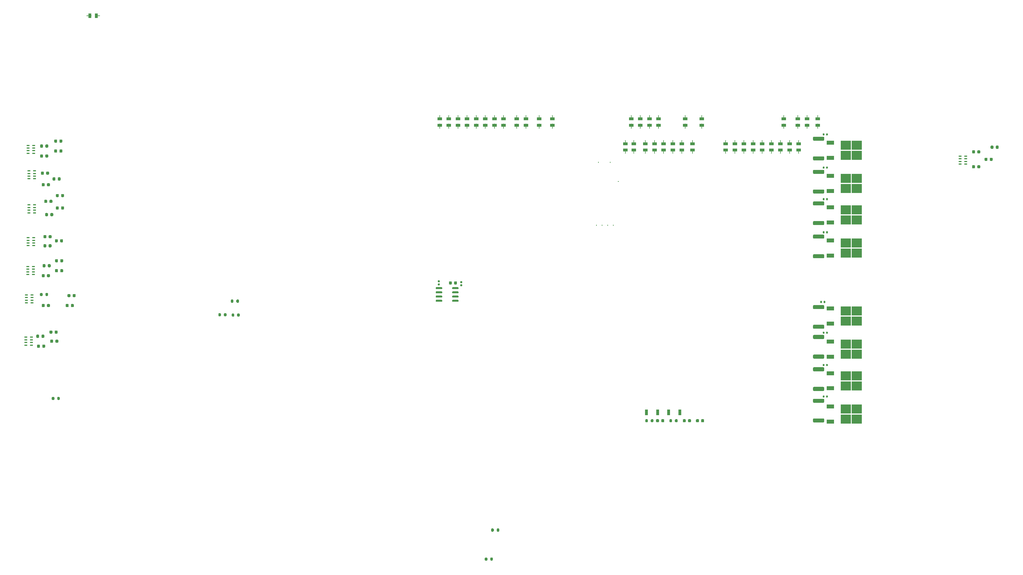
<source format=gtp>
G04 #@! TF.GenerationSoftware,KiCad,Pcbnew,(5.99.0-11164-g062c4fda62)*
G04 #@! TF.CreationDate,2021-07-14T15:35:42+03:00*
G04 #@! TF.ProjectId,hellen88bmw,68656c6c-656e-4383-9862-6d772e6b6963,rev?*
G04 #@! TF.SameCoordinates,PX3d1b110PY9269338*
G04 #@! TF.FileFunction,Paste,Top*
G04 #@! TF.FilePolarity,Positive*
%FSLAX46Y46*%
G04 Gerber Fmt 4.6, Leading zero omitted, Abs format (unit mm)*
G04 Created by KiCad (PCBNEW (5.99.0-11164-g062c4fda62)) date 2021-07-14 15:35:42*
%MOMM*%
%LPD*%
G01*
G04 APERTURE LIST*
%ADD10R,1.397000X0.889000*%
%ADD11R,0.203200X1.524000*%
%ADD12R,3.050000X2.750000*%
%ADD13R,2.200000X1.200000*%
%ADD14R,0.900000X1.700000*%
%ADD15R,0.900000X0.400000*%
%ADD16O,0.000001X0.000001*%
%ADD17O,0.250000X0.500000*%
%ADD18O,0.500000X0.250000*%
%ADD19R,1.524000X0.203200*%
%ADD20R,0.889000X1.397000*%
G04 APERTURE END LIST*
D10*
G04 #@! TO.C,JP1*
X21926000Y99475500D03*
D11*
X21926000Y99793000D03*
X21926000Y97253000D03*
D10*
X21926000Y97570500D03*
G04 #@! TD*
G04 #@! TO.C,JP3*
X30176000Y99475500D03*
D11*
X30176000Y99793000D03*
X30176000Y97253000D03*
D10*
X30176000Y97570500D03*
G04 #@! TD*
G04 #@! TO.C,JP4*
X35676000Y99475500D03*
D11*
X35676000Y99793000D03*
D10*
X35676000Y97570500D03*
D11*
X35676000Y97253000D03*
G04 #@! TD*
G04 #@! TO.C,JP5*
X45176000Y99793000D03*
D10*
X45176000Y99475500D03*
D11*
X45176000Y97253000D03*
D10*
X45176000Y97570500D03*
G04 #@! TD*
G04 #@! TO.C,JP7*
X51926000Y99475500D03*
D11*
X51926000Y99793000D03*
D10*
X51926000Y97570500D03*
D11*
X51926000Y97253000D03*
G04 #@! TD*
D10*
G04 #@! TO.C,JP14*
X79676000Y99475500D03*
D11*
X79676000Y99793000D03*
D10*
X79676000Y97570500D03*
D11*
X79676000Y97253000D03*
G04 #@! TD*
G04 #@! TO.C,JP16*
X85176000Y99793000D03*
D10*
X85176000Y99475500D03*
X85176000Y97570500D03*
D11*
X85176000Y97253000D03*
G04 #@! TD*
G04 #@! TO.C,JP17*
X87926000Y99793000D03*
D10*
X87926000Y99475500D03*
X87926000Y97570500D03*
D11*
X87926000Y97253000D03*
G04 #@! TD*
G04 #@! TO.C,JP20*
X94926000Y92293000D03*
D10*
X94926000Y91975500D03*
X94926000Y90070500D03*
D11*
X94926000Y89753000D03*
G04 #@! TD*
G04 #@! TO.C,JP21*
X98176000Y92293000D03*
D10*
X98176000Y91975500D03*
D11*
X98176000Y89753000D03*
D10*
X98176000Y90070500D03*
G04 #@! TD*
G04 #@! TO.C,JP22*
X110926000Y91975500D03*
D11*
X110926000Y92293000D03*
D10*
X110926000Y90070500D03*
D11*
X110926000Y89753000D03*
G04 #@! TD*
D10*
G04 #@! TO.C,JP23*
X116426000Y91975500D03*
D11*
X116426000Y92293000D03*
X116426000Y89753000D03*
D10*
X116426000Y90070500D03*
G04 #@! TD*
G04 #@! TO.C,JP24*
X121926000Y91975500D03*
D11*
X121926000Y92293000D03*
D10*
X121926000Y90070500D03*
D11*
X121926000Y89753000D03*
G04 #@! TD*
G04 #@! TO.C,JP25*
X125676000Y99793000D03*
D10*
X125676000Y99475500D03*
X125676000Y97570500D03*
D11*
X125676000Y97253000D03*
G04 #@! TD*
G04 #@! TO.C,JP26*
X129926000Y99793000D03*
D10*
X129926000Y99475500D03*
D11*
X129926000Y97253000D03*
D10*
X129926000Y97570500D03*
G04 #@! TD*
G04 #@! TO.C,JP27*
X135926000Y99475500D03*
D11*
X135926000Y99793000D03*
D10*
X135926000Y97570500D03*
D11*
X135926000Y97253000D03*
G04 #@! TD*
D10*
G04 #@! TO.C,JP29*
X24676000Y99475500D03*
D11*
X24676000Y99793000D03*
X24676000Y97253000D03*
D10*
X24676000Y97570500D03*
G04 #@! TD*
G04 #@! TO.C,JP31*
X32926000Y99475500D03*
D11*
X32926000Y99793000D03*
D10*
X32926000Y97570500D03*
D11*
X32926000Y97253000D03*
G04 #@! TD*
D10*
G04 #@! TO.C,JP32*
X41176000Y99475500D03*
D11*
X41176000Y99793000D03*
D10*
X41176000Y97570500D03*
D11*
X41176000Y97253000D03*
G04 #@! TD*
D10*
G04 #@! TO.C,JP33*
X47926000Y99475500D03*
D11*
X47926000Y99793000D03*
X47926000Y97253000D03*
D10*
X47926000Y97570500D03*
G04 #@! TD*
D11*
G04 #@! TO.C,JP35*
X55926000Y99793000D03*
D10*
X55926000Y99475500D03*
D11*
X55926000Y97253000D03*
D10*
X55926000Y97570500D03*
G04 #@! TD*
G04 #@! TO.C,JP41*
X77926000Y91975500D03*
D11*
X77926000Y92293000D03*
D10*
X77926000Y90070500D03*
D11*
X77926000Y89753000D03*
G04 #@! TD*
D10*
G04 #@! TO.C,JP42*
X80426000Y91975500D03*
D11*
X80426000Y92293000D03*
D10*
X80426000Y90070500D03*
D11*
X80426000Y89753000D03*
G04 #@! TD*
G04 #@! TO.C,JP43*
X82426000Y99793000D03*
D10*
X82426000Y99475500D03*
D11*
X82426000Y97253000D03*
D10*
X82426000Y97570500D03*
G04 #@! TD*
D11*
G04 #@! TO.C,JP44*
X86676000Y92293000D03*
D10*
X86676000Y91975500D03*
D11*
X86676000Y89753000D03*
D10*
X86676000Y90070500D03*
G04 #@! TD*
G04 #@! TO.C,JP46*
X89426000Y91975500D03*
D11*
X89426000Y92293000D03*
X89426000Y89753000D03*
D10*
X89426000Y90070500D03*
G04 #@! TD*
D11*
G04 #@! TO.C,JP47*
X92176000Y92293000D03*
D10*
X92176000Y91975500D03*
X92176000Y90070500D03*
D11*
X92176000Y89753000D03*
G04 #@! TD*
G04 #@! TO.C,JP50*
X113676000Y92293000D03*
D10*
X113676000Y91975500D03*
X113676000Y90070500D03*
D11*
X113676000Y89753000D03*
G04 #@! TD*
D10*
G04 #@! TO.C,JP51*
X119176000Y91975500D03*
D11*
X119176000Y92293000D03*
X119176000Y89753000D03*
D10*
X119176000Y90070500D03*
G04 #@! TD*
G04 #@! TO.C,JP52*
X124676000Y91975500D03*
D11*
X124676000Y92293000D03*
X124676000Y89753000D03*
D10*
X124676000Y90070500D03*
G04 #@! TD*
D11*
G04 #@! TO.C,JP54*
X132676000Y99793000D03*
D10*
X132676000Y99475500D03*
D11*
X132676000Y97253000D03*
D10*
X132676000Y97570500D03*
G04 #@! TD*
G04 #@! TO.C,JP56*
X27426000Y99475500D03*
D11*
X27426000Y99793000D03*
D10*
X27426000Y97570500D03*
D11*
X27426000Y97253000D03*
G04 #@! TD*
G04 #@! TO.C,JP73*
X83926000Y92293000D03*
D10*
X83926000Y91975500D03*
D11*
X83926000Y89753000D03*
D10*
X83926000Y90070500D03*
G04 #@! TD*
D11*
G04 #@! TO.C,JP77*
X95926000Y99793000D03*
D10*
X95926000Y99475500D03*
X95926000Y97570500D03*
D11*
X95926000Y97253000D03*
G04 #@! TD*
D10*
G04 #@! TO.C,JP78*
X100926000Y99475500D03*
D11*
X100926000Y99793000D03*
D10*
X100926000Y97570500D03*
D11*
X100926000Y97253000D03*
G04 #@! TD*
D10*
G04 #@! TO.C,JP85*
X130176000Y91975500D03*
D11*
X130176000Y92293000D03*
D10*
X130176000Y90070500D03*
D11*
X130176000Y89753000D03*
G04 #@! TD*
G04 #@! TO.C,JP86*
X127426000Y92293000D03*
D10*
X127426000Y91975500D03*
X127426000Y90070500D03*
D11*
X127426000Y89753000D03*
G04 #@! TD*
G04 #@! TO.C,JP59*
X38426000Y99793000D03*
D10*
X38426000Y99475500D03*
D11*
X38426000Y97253000D03*
D10*
X38426000Y97570500D03*
G04 #@! TD*
D11*
G04 #@! TO.C,JP49*
X108176000Y92293000D03*
D10*
X108176000Y91975500D03*
X108176000Y90070500D03*
D11*
X108176000Y89753000D03*
G04 #@! TD*
D12*
G04 #@! TO.C,Q1*
X144351000Y31548000D03*
X147701000Y31548000D03*
X147701000Y28498000D03*
X144351000Y28498000D03*
D13*
X139726000Y32303000D03*
X139726000Y27743000D03*
G04 #@! TD*
D12*
G04 #@! TO.C,Q6*
X144351000Y91548000D03*
X147701000Y88498000D03*
X144351000Y88498000D03*
X147701000Y91548000D03*
D13*
X139726000Y92303000D03*
X139726000Y87743000D03*
G04 #@! TD*
D12*
G04 #@! TO.C,Q2*
X147701000Y38498000D03*
X144351000Y41548000D03*
X144351000Y38498000D03*
X147701000Y41548000D03*
D13*
X139726000Y42303000D03*
X139726000Y37743000D03*
G04 #@! TD*
D12*
G04 #@! TO.C,Q5*
X147701000Y81548000D03*
X147701000Y78498000D03*
X144351000Y78498000D03*
X144351000Y81548000D03*
D13*
X139726000Y82303000D03*
X139726000Y77743000D03*
G04 #@! TD*
D12*
G04 #@! TO.C,Q3*
X147701000Y58998000D03*
X144351000Y58998000D03*
X147701000Y62048000D03*
X144351000Y62048000D03*
D13*
X139726000Y62803000D03*
X139726000Y58243000D03*
G04 #@! TD*
D12*
G04 #@! TO.C,Q4*
X147701000Y68998000D03*
X144351000Y68998000D03*
X147701000Y72048000D03*
X144351000Y72048000D03*
D13*
X139726000Y72803000D03*
X139726000Y68243000D03*
G04 #@! TD*
G04 #@! TO.C,R1*
G36*
G01*
X91201000Y8198000D02*
X91201000Y8748000D01*
G75*
G02*
X91401000Y8948000I200000J0D01*
G01*
X91801000Y8948000D01*
G75*
G02*
X92001000Y8748000I0J-200000D01*
G01*
X92001000Y8198000D01*
G75*
G02*
X91801000Y7998000I-200000J0D01*
G01*
X91401000Y7998000D01*
G75*
G02*
X91201000Y8198000I0J200000D01*
G01*
G37*
G36*
G01*
X92851000Y8198000D02*
X92851000Y8748000D01*
G75*
G02*
X93051000Y8948000I200000J0D01*
G01*
X93451000Y8948000D01*
G75*
G02*
X93651000Y8748000I0J-200000D01*
G01*
X93651000Y8198000D01*
G75*
G02*
X93451000Y7998000I-200000J0D01*
G01*
X93051000Y7998000D01*
G75*
G02*
X92851000Y8198000I0J200000D01*
G01*
G37*
G04 #@! TD*
G04 #@! TO.C,D14*
G36*
G01*
X-94299000Y92516750D02*
X-94299000Y93029250D01*
G75*
G02*
X-94080250Y93248000I218750J0D01*
G01*
X-93642750Y93248000D01*
G75*
G02*
X-93424000Y93029250I0J-218750D01*
G01*
X-93424000Y92516750D01*
G75*
G02*
X-93642750Y92298000I-218750J0D01*
G01*
X-94080250Y92298000D01*
G75*
G02*
X-94299000Y92516750I0J218750D01*
G01*
G37*
G36*
G01*
X-92724000Y92516750D02*
X-92724000Y93029250D01*
G75*
G02*
X-92505250Y93248000I218750J0D01*
G01*
X-92067750Y93248000D01*
G75*
G02*
X-91849000Y93029250I0J-218750D01*
G01*
X-91849000Y92516750D01*
G75*
G02*
X-92067750Y92298000I-218750J0D01*
G01*
X-92505250Y92298000D01*
G75*
G02*
X-92724000Y92516750I0J218750D01*
G01*
G37*
G04 #@! TD*
G04 #@! TO.C,R10*
G36*
G01*
X137601000Y17448000D02*
X134751000Y17448000D01*
G75*
G02*
X134501000Y17698000I0J250000D01*
G01*
X134501000Y18423000D01*
G75*
G02*
X134751000Y18673000I250000J0D01*
G01*
X137601000Y18673000D01*
G75*
G02*
X137851000Y18423000I0J-250000D01*
G01*
X137851000Y17698000D01*
G75*
G02*
X137601000Y17448000I-250000J0D01*
G01*
G37*
G36*
G01*
X137601000Y23373000D02*
X134751000Y23373000D01*
G75*
G02*
X134501000Y23623000I0J250000D01*
G01*
X134501000Y24348000D01*
G75*
G02*
X134751000Y24598000I250000J0D01*
G01*
X137601000Y24598000D01*
G75*
G02*
X137851000Y24348000I0J-250000D01*
G01*
X137851000Y23623000D01*
G75*
G02*
X137601000Y23373000I-250000J0D01*
G01*
G37*
G04 #@! TD*
G04 #@! TO.C,D23*
G36*
G01*
X-93799000Y76096750D02*
X-93799000Y76609250D01*
G75*
G02*
X-93580250Y76828000I218750J0D01*
G01*
X-93142750Y76828000D01*
G75*
G02*
X-92924000Y76609250I0J-218750D01*
G01*
X-92924000Y76096750D01*
G75*
G02*
X-93142750Y75878000I-218750J0D01*
G01*
X-93580250Y75878000D01*
G75*
G02*
X-93799000Y76096750I0J218750D01*
G01*
G37*
G36*
G01*
X-92224000Y76096750D02*
X-92224000Y76609250D01*
G75*
G02*
X-92005250Y76828000I218750J0D01*
G01*
X-91567750Y76828000D01*
G75*
G02*
X-91349000Y76609250I0J-218750D01*
G01*
X-91349000Y76096750D01*
G75*
G02*
X-91567750Y75878000I-218750J0D01*
G01*
X-92005250Y75878000D01*
G75*
G02*
X-92224000Y76096750I0J218750D01*
G01*
G37*
G04 #@! TD*
G04 #@! TO.C,D25*
G36*
G01*
X-97799000Y54946750D02*
X-97799000Y55459250D01*
G75*
G02*
X-97580250Y55678000I218750J0D01*
G01*
X-97142750Y55678000D01*
G75*
G02*
X-96924000Y55459250I0J-218750D01*
G01*
X-96924000Y54946750D01*
G75*
G02*
X-97142750Y54728000I-218750J0D01*
G01*
X-97580250Y54728000D01*
G75*
G02*
X-97799000Y54946750I0J218750D01*
G01*
G37*
G36*
G01*
X-96224000Y54946750D02*
X-96224000Y55459250D01*
G75*
G02*
X-96005250Y55678000I218750J0D01*
G01*
X-95567750Y55678000D01*
G75*
G02*
X-95349000Y55459250I0J-218750D01*
G01*
X-95349000Y54946750D01*
G75*
G02*
X-95567750Y54728000I-218750J0D01*
G01*
X-96005250Y54728000D01*
G75*
G02*
X-96224000Y54946750I0J218750D01*
G01*
G37*
G04 #@! TD*
G04 #@! TO.C,D8*
G36*
G01*
X-97549000Y60946750D02*
X-97549000Y61459250D01*
G75*
G02*
X-97330250Y61678000I218750J0D01*
G01*
X-96892750Y61678000D01*
G75*
G02*
X-96674000Y61459250I0J-218750D01*
G01*
X-96674000Y60946750D01*
G75*
G02*
X-96892750Y60728000I-218750J0D01*
G01*
X-97330250Y60728000D01*
G75*
G02*
X-97549000Y60946750I0J218750D01*
G01*
G37*
G36*
G01*
X-95974000Y60946750D02*
X-95974000Y61459250D01*
G75*
G02*
X-95755250Y61678000I218750J0D01*
G01*
X-95317750Y61678000D01*
G75*
G02*
X-95099000Y61459250I0J-218750D01*
G01*
X-95099000Y60946750D01*
G75*
G02*
X-95317750Y60728000I-218750J0D01*
G01*
X-95755250Y60728000D01*
G75*
G02*
X-95974000Y60946750I0J218750D01*
G01*
G37*
G04 #@! TD*
G04 #@! TO.C,D27*
G36*
G01*
X-99724000Y33696750D02*
X-99724000Y34209250D01*
G75*
G02*
X-99505250Y34428000I218750J0D01*
G01*
X-99067750Y34428000D01*
G75*
G02*
X-98849000Y34209250I0J-218750D01*
G01*
X-98849000Y33696750D01*
G75*
G02*
X-99067750Y33478000I-218750J0D01*
G01*
X-99505250Y33478000D01*
G75*
G02*
X-99724000Y33696750I0J218750D01*
G01*
G37*
G36*
G01*
X-98149000Y33696750D02*
X-98149000Y34209250D01*
G75*
G02*
X-97930250Y34428000I218750J0D01*
G01*
X-97492750Y34428000D01*
G75*
G02*
X-97274000Y34209250I0J-218750D01*
G01*
X-97274000Y33696750D01*
G75*
G02*
X-97492750Y33478000I-218750J0D01*
G01*
X-97930250Y33478000D01*
G75*
G02*
X-98149000Y33696750I0J218750D01*
G01*
G37*
G04 #@! TD*
G04 #@! TO.C,R6*
G36*
G01*
X37451000Y-24752000D02*
X37451000Y-24202000D01*
G75*
G02*
X37651000Y-24002000I200000J0D01*
G01*
X38051000Y-24002000D01*
G75*
G02*
X38251000Y-24202000I0J-200000D01*
G01*
X38251000Y-24752000D01*
G75*
G02*
X38051000Y-24952000I-200000J0D01*
G01*
X37651000Y-24952000D01*
G75*
G02*
X37451000Y-24752000I0J200000D01*
G01*
G37*
G36*
G01*
X39101000Y-24752000D02*
X39101000Y-24202000D01*
G75*
G02*
X39301000Y-24002000I200000J0D01*
G01*
X39701000Y-24002000D01*
G75*
G02*
X39901000Y-24202000I0J-200000D01*
G01*
X39901000Y-24752000D01*
G75*
G02*
X39701000Y-24952000I-200000J0D01*
G01*
X39301000Y-24952000D01*
G75*
G02*
X39101000Y-24752000I0J200000D01*
G01*
G37*
G04 #@! TD*
G04 #@! TO.C,D29*
G36*
G01*
X-94049000Y56446750D02*
X-94049000Y56959250D01*
G75*
G02*
X-93830250Y57178000I218750J0D01*
G01*
X-93392750Y57178000D01*
G75*
G02*
X-93174000Y56959250I0J-218750D01*
G01*
X-93174000Y56446750D01*
G75*
G02*
X-93392750Y56228000I-218750J0D01*
G01*
X-93830250Y56228000D01*
G75*
G02*
X-94049000Y56446750I0J218750D01*
G01*
G37*
G36*
G01*
X-92474000Y56446750D02*
X-92474000Y56959250D01*
G75*
G02*
X-92255250Y57178000I218750J0D01*
G01*
X-91817750Y57178000D01*
G75*
G02*
X-91599000Y56959250I0J-218750D01*
G01*
X-91599000Y56446750D01*
G75*
G02*
X-91817750Y56228000I-218750J0D01*
G01*
X-92255250Y56228000D01*
G75*
G02*
X-92474000Y56446750I0J218750D01*
G01*
G37*
G04 #@! TD*
D14*
G04 #@! TO.C,SW2*
X90976000Y10973000D03*
X94376000Y10973000D03*
G04 #@! TD*
G04 #@! TO.C,D1*
G36*
G01*
X89613500Y8729250D02*
X89613500Y8216750D01*
G75*
G02*
X89394750Y7998000I-218750J0D01*
G01*
X88957250Y7998000D01*
G75*
G02*
X88738500Y8216750I0J218750D01*
G01*
X88738500Y8729250D01*
G75*
G02*
X88957250Y8948000I218750J0D01*
G01*
X89394750Y8948000D01*
G75*
G02*
X89613500Y8729250I0J-218750D01*
G01*
G37*
G36*
G01*
X88038500Y8729250D02*
X88038500Y8216750D01*
G75*
G02*
X87819750Y7998000I-218750J0D01*
G01*
X87382250Y7998000D01*
G75*
G02*
X87163500Y8216750I0J218750D01*
G01*
X87163500Y8729250D01*
G75*
G02*
X87382250Y8948000I218750J0D01*
G01*
X87819750Y8948000D01*
G75*
G02*
X88038500Y8729250I0J-218750D01*
G01*
G37*
G04 #@! TD*
D15*
G04 #@! TO.C,RN7*
X-102274000Y54953000D03*
X-102274000Y54153000D03*
X-102274000Y53353000D03*
X-102274000Y52553000D03*
X-100574000Y52553000D03*
X-100574000Y53353000D03*
X-100574000Y54153000D03*
X-100574000Y54953000D03*
G04 #@! TD*
D12*
G04 #@! TO.C,Q7*
X147701000Y22048000D03*
X144351000Y22048000D03*
X147701000Y18998000D03*
X144351000Y18998000D03*
D13*
X139726000Y22803000D03*
X139726000Y18243000D03*
G04 #@! TD*
G04 #@! TO.C,D28*
G36*
G01*
X-94049000Y53446750D02*
X-94049000Y53959250D01*
G75*
G02*
X-93830250Y54178000I218750J0D01*
G01*
X-93392750Y54178000D01*
G75*
G02*
X-93174000Y53959250I0J-218750D01*
G01*
X-93174000Y53446750D01*
G75*
G02*
X-93392750Y53228000I-218750J0D01*
G01*
X-93830250Y53228000D01*
G75*
G02*
X-94049000Y53446750I0J218750D01*
G01*
G37*
G36*
G01*
X-92474000Y53446750D02*
X-92474000Y53959250D01*
G75*
G02*
X-92255250Y54178000I218750J0D01*
G01*
X-91817750Y54178000D01*
G75*
G02*
X-91599000Y53959250I0J-218750D01*
G01*
X-91599000Y53446750D01*
G75*
G02*
X-91817750Y53228000I-218750J0D01*
G01*
X-92255250Y53228000D01*
G75*
G02*
X-92474000Y53446750I0J218750D01*
G01*
G37*
G04 #@! TD*
G04 #@! TO.C,R9*
G36*
G01*
X137601000Y57448000D02*
X134751000Y57448000D01*
G75*
G02*
X134501000Y57698000I0J250000D01*
G01*
X134501000Y58423000D01*
G75*
G02*
X134751000Y58673000I250000J0D01*
G01*
X137601000Y58673000D01*
G75*
G02*
X137851000Y58423000I0J-250000D01*
G01*
X137851000Y57698000D01*
G75*
G02*
X137601000Y57448000I-250000J0D01*
G01*
G37*
G36*
G01*
X137601000Y63373000D02*
X134751000Y63373000D01*
G75*
G02*
X134501000Y63623000I0J250000D01*
G01*
X134501000Y64348000D01*
G75*
G02*
X134751000Y64598000I250000J0D01*
G01*
X137601000Y64598000D01*
G75*
G02*
X137851000Y64348000I0J-250000D01*
G01*
X137851000Y63623000D01*
G75*
G02*
X137601000Y63373000I-250000J0D01*
G01*
G37*
G04 #@! TD*
G04 #@! TO.C,D11*
G36*
G01*
X-98049000Y79346750D02*
X-98049000Y79859250D01*
G75*
G02*
X-97830250Y80078000I218750J0D01*
G01*
X-97392750Y80078000D01*
G75*
G02*
X-97174000Y79859250I0J-218750D01*
G01*
X-97174000Y79346750D01*
G75*
G02*
X-97392750Y79128000I-218750J0D01*
G01*
X-97830250Y79128000D01*
G75*
G02*
X-98049000Y79346750I0J218750D01*
G01*
G37*
G36*
G01*
X-96474000Y79346750D02*
X-96474000Y79859250D01*
G75*
G02*
X-96255250Y80078000I218750J0D01*
G01*
X-95817750Y80078000D01*
G75*
G02*
X-95599000Y79859250I0J-218750D01*
G01*
X-95599000Y79346750D01*
G75*
G02*
X-95817750Y79128000I-218750J0D01*
G01*
X-96255250Y79128000D01*
G75*
G02*
X-96474000Y79346750I0J218750D01*
G01*
G37*
G04 #@! TD*
G04 #@! TO.C,D22*
G36*
G01*
X-93799000Y72346750D02*
X-93799000Y72859250D01*
G75*
G02*
X-93580250Y73078000I218750J0D01*
G01*
X-93142750Y73078000D01*
G75*
G02*
X-92924000Y72859250I0J-218750D01*
G01*
X-92924000Y72346750D01*
G75*
G02*
X-93142750Y72128000I-218750J0D01*
G01*
X-93580250Y72128000D01*
G75*
G02*
X-93799000Y72346750I0J218750D01*
G01*
G37*
G36*
G01*
X-92224000Y72346750D02*
X-92224000Y72859250D01*
G75*
G02*
X-92005250Y73078000I218750J0D01*
G01*
X-91567750Y73078000D01*
G75*
G02*
X-91349000Y72859250I0J-218750D01*
G01*
X-91349000Y72346750D01*
G75*
G02*
X-91567750Y72128000I-218750J0D01*
G01*
X-92005250Y72128000D01*
G75*
G02*
X-92224000Y72346750I0J218750D01*
G01*
G37*
G04 #@! TD*
D15*
G04 #@! TO.C,RN4*
X-101924000Y83803000D03*
X-101924000Y83003000D03*
X-101924000Y82203000D03*
X-101924000Y81403000D03*
X-100224000Y81403000D03*
X-100224000Y82203000D03*
X-100224000Y83003000D03*
X-100224000Y83803000D03*
G04 #@! TD*
G04 #@! TO.C,R26*
G36*
G01*
X-41049000Y44248000D02*
X-41049000Y44798000D01*
G75*
G02*
X-40849000Y44998000I200000J0D01*
G01*
X-40449000Y44998000D01*
G75*
G02*
X-40249000Y44798000I0J-200000D01*
G01*
X-40249000Y44248000D01*
G75*
G02*
X-40449000Y44048000I-200000J0D01*
G01*
X-40849000Y44048000D01*
G75*
G02*
X-41049000Y44248000I0J200000D01*
G01*
G37*
G36*
G01*
X-39399000Y44248000D02*
X-39399000Y44798000D01*
G75*
G02*
X-39199000Y44998000I200000J0D01*
G01*
X-38799000Y44998000D01*
G75*
G02*
X-38599000Y44798000I0J-200000D01*
G01*
X-38599000Y44248000D01*
G75*
G02*
X-38799000Y44048000I-200000J0D01*
G01*
X-39199000Y44048000D01*
G75*
G02*
X-39399000Y44248000I0J200000D01*
G01*
G37*
G04 #@! TD*
G04 #@! TO.C,R14*
G36*
G01*
X134751000Y15098000D02*
X137601000Y15098000D01*
G75*
G02*
X137851000Y14848000I0J-250000D01*
G01*
X137851000Y14123000D01*
G75*
G02*
X137601000Y13873000I-250000J0D01*
G01*
X134751000Y13873000D01*
G75*
G02*
X134501000Y14123000I0J250000D01*
G01*
X134501000Y14848000D01*
G75*
G02*
X134751000Y15098000I250000J0D01*
G01*
G37*
G36*
G01*
X134751000Y9173000D02*
X137601000Y9173000D01*
G75*
G02*
X137851000Y8923000I0J-250000D01*
G01*
X137851000Y8198000D01*
G75*
G02*
X137601000Y7948000I-250000J0D01*
G01*
X134751000Y7948000D01*
G75*
G02*
X134501000Y8198000I0J250000D01*
G01*
X134501000Y8923000D01*
G75*
G02*
X134751000Y9173000I250000J0D01*
G01*
G37*
G04 #@! TD*
G04 #@! TO.C,D16*
G36*
G01*
X182451000Y84766750D02*
X182451000Y85279250D01*
G75*
G02*
X182669750Y85498000I218750J0D01*
G01*
X183107250Y85498000D01*
G75*
G02*
X183326000Y85279250I0J-218750D01*
G01*
X183326000Y84766750D01*
G75*
G02*
X183107250Y84548000I-218750J0D01*
G01*
X182669750Y84548000D01*
G75*
G02*
X182451000Y84766750I0J218750D01*
G01*
G37*
G36*
G01*
X184026000Y84766750D02*
X184026000Y85279250D01*
G75*
G02*
X184244750Y85498000I218750J0D01*
G01*
X184682250Y85498000D01*
G75*
G02*
X184901000Y85279250I0J-218750D01*
G01*
X184901000Y84766750D01*
G75*
G02*
X184682250Y84548000I-218750J0D01*
G01*
X184244750Y84548000D01*
G75*
G02*
X184026000Y84766750I0J218750D01*
G01*
G37*
G04 #@! TD*
G04 #@! TO.C,R4*
G36*
G01*
X-95049000Y14928000D02*
X-95049000Y15478000D01*
G75*
G02*
X-94849000Y15678000I200000J0D01*
G01*
X-94449000Y15678000D01*
G75*
G02*
X-94249000Y15478000I0J-200000D01*
G01*
X-94249000Y14928000D01*
G75*
G02*
X-94449000Y14728000I-200000J0D01*
G01*
X-94849000Y14728000D01*
G75*
G02*
X-95049000Y14928000I0J200000D01*
G01*
G37*
G36*
G01*
X-93399000Y14928000D02*
X-93399000Y15478000D01*
G75*
G02*
X-93199000Y15678000I200000J0D01*
G01*
X-92799000Y15678000D01*
G75*
G02*
X-92599000Y15478000I0J-200000D01*
G01*
X-92599000Y14928000D01*
G75*
G02*
X-92799000Y14728000I-200000J0D01*
G01*
X-93199000Y14728000D01*
G75*
G02*
X-93399000Y14928000I0J200000D01*
G01*
G37*
G04 #@! TD*
G04 #@! TO.C,R7*
G36*
G01*
X137601000Y27198000D02*
X134751000Y27198000D01*
G75*
G02*
X134501000Y27448000I0J250000D01*
G01*
X134501000Y28173000D01*
G75*
G02*
X134751000Y28423000I250000J0D01*
G01*
X137601000Y28423000D01*
G75*
G02*
X137851000Y28173000I0J-250000D01*
G01*
X137851000Y27448000D01*
G75*
G02*
X137601000Y27198000I-250000J0D01*
G01*
G37*
G36*
G01*
X137601000Y33123000D02*
X134751000Y33123000D01*
G75*
G02*
X134501000Y33373000I0J250000D01*
G01*
X134501000Y34098000D01*
G75*
G02*
X134751000Y34348000I250000J0D01*
G01*
X137601000Y34348000D01*
G75*
G02*
X137851000Y34098000I0J-250000D01*
G01*
X137851000Y33373000D01*
G75*
G02*
X137601000Y33123000I-250000J0D01*
G01*
G37*
G04 #@! TD*
G04 #@! TO.C,RN5*
X178826000Y88223000D03*
X178826000Y87423000D03*
X178826000Y86623000D03*
X178826000Y85823000D03*
X180526000Y85823000D03*
X180526000Y86623000D03*
X180526000Y87423000D03*
X180526000Y88223000D03*
G04 #@! TD*
G04 #@! TO.C,R18*
G36*
G01*
X136646000Y44088000D02*
X136646000Y44458000D01*
G75*
G02*
X136781000Y44593000I135000J0D01*
G01*
X137051000Y44593000D01*
G75*
G02*
X137186000Y44458000I0J-135000D01*
G01*
X137186000Y44088000D01*
G75*
G02*
X137051000Y43953000I-135000J0D01*
G01*
X136781000Y43953000D01*
G75*
G02*
X136646000Y44088000I0J135000D01*
G01*
G37*
G36*
G01*
X137666000Y44088000D02*
X137666000Y44458000D01*
G75*
G02*
X137801000Y44593000I135000J0D01*
G01*
X138071000Y44593000D01*
G75*
G02*
X138206000Y44458000I0J-135000D01*
G01*
X138206000Y44088000D01*
G75*
G02*
X138071000Y43953000I-135000J0D01*
G01*
X137801000Y43953000D01*
G75*
G02*
X137666000Y44088000I0J135000D01*
G01*
G37*
G04 #@! TD*
G04 #@! TO.C,R5*
G36*
G01*
X35521000Y-33492000D02*
X35521000Y-32942000D01*
G75*
G02*
X35721000Y-32742000I200000J0D01*
G01*
X36121000Y-32742000D01*
G75*
G02*
X36321000Y-32942000I0J-200000D01*
G01*
X36321000Y-33492000D01*
G75*
G02*
X36121000Y-33692000I-200000J0D01*
G01*
X35721000Y-33692000D01*
G75*
G02*
X35521000Y-33492000I0J200000D01*
G01*
G37*
G36*
G01*
X37171000Y-33492000D02*
X37171000Y-32942000D01*
G75*
G02*
X37371000Y-32742000I200000J0D01*
G01*
X37771000Y-32742000D01*
G75*
G02*
X37971000Y-32942000I0J-200000D01*
G01*
X37971000Y-33492000D01*
G75*
G02*
X37771000Y-33692000I-200000J0D01*
G01*
X37371000Y-33692000D01*
G75*
G02*
X37171000Y-33492000I0J200000D01*
G01*
G37*
G04 #@! TD*
G04 #@! TO.C,R12*
G36*
G01*
X134751000Y84098000D02*
X137601000Y84098000D01*
G75*
G02*
X137851000Y83848000I0J-250000D01*
G01*
X137851000Y83123000D01*
G75*
G02*
X137601000Y82873000I-250000J0D01*
G01*
X134751000Y82873000D01*
G75*
G02*
X134501000Y83123000I0J250000D01*
G01*
X134501000Y83848000D01*
G75*
G02*
X134751000Y84098000I250000J0D01*
G01*
G37*
G36*
G01*
X134751000Y78173000D02*
X137601000Y78173000D01*
G75*
G02*
X137851000Y77923000I0J-250000D01*
G01*
X137851000Y77198000D01*
G75*
G02*
X137601000Y76948000I-250000J0D01*
G01*
X134751000Y76948000D01*
G75*
G02*
X134501000Y77198000I0J250000D01*
G01*
X134501000Y77923000D01*
G75*
G02*
X134751000Y78173000I250000J0D01*
G01*
G37*
G04 #@! TD*
G04 #@! TO.C,RN6*
X-101924000Y73553000D03*
X-101924000Y72753000D03*
X-101924000Y71953000D03*
X-101924000Y71153000D03*
X-100224000Y71153000D03*
X-100224000Y71953000D03*
X-100224000Y72753000D03*
X-100224000Y73553000D03*
G04 #@! TD*
G04 #@! TO.C,D3*
G36*
G01*
X-94086500Y62446750D02*
X-94086500Y62959250D01*
G75*
G02*
X-93867750Y63178000I218750J0D01*
G01*
X-93430250Y63178000D01*
G75*
G02*
X-93211500Y62959250I0J-218750D01*
G01*
X-93211500Y62446750D01*
G75*
G02*
X-93430250Y62228000I-218750J0D01*
G01*
X-93867750Y62228000D01*
G75*
G02*
X-94086500Y62446750I0J218750D01*
G01*
G37*
G36*
G01*
X-92511500Y62446750D02*
X-92511500Y62959250D01*
G75*
G02*
X-92292750Y63178000I218750J0D01*
G01*
X-91855250Y63178000D01*
G75*
G02*
X-91636500Y62959250I0J-218750D01*
G01*
X-91636500Y62446750D01*
G75*
G02*
X-91855250Y62228000I-218750J0D01*
G01*
X-92292750Y62228000D01*
G75*
G02*
X-92511500Y62446750I0J218750D01*
G01*
G37*
G04 #@! TD*
G04 #@! TO.C,C8*
G36*
G01*
X28596000Y49013000D02*
X28256000Y49013000D01*
G75*
G02*
X28116000Y49153000I0J140000D01*
G01*
X28116000Y49433000D01*
G75*
G02*
X28256000Y49573000I140000J0D01*
G01*
X28596000Y49573000D01*
G75*
G02*
X28736000Y49433000I0J-140000D01*
G01*
X28736000Y49153000D01*
G75*
G02*
X28596000Y49013000I-140000J0D01*
G01*
G37*
G36*
G01*
X28596000Y49973000D02*
X28256000Y49973000D01*
G75*
G02*
X28116000Y50113000I0J140000D01*
G01*
X28116000Y50393000D01*
G75*
G02*
X28256000Y50533000I140000J0D01*
G01*
X28596000Y50533000D01*
G75*
G02*
X28736000Y50393000I0J-140000D01*
G01*
X28736000Y50113000D01*
G75*
G02*
X28596000Y49973000I-140000J0D01*
G01*
G37*
G04 #@! TD*
G04 #@! TO.C,D18*
G36*
G01*
X-97049000Y70346750D02*
X-97049000Y70859250D01*
G75*
G02*
X-96830250Y71078000I218750J0D01*
G01*
X-96392750Y71078000D01*
G75*
G02*
X-96174000Y70859250I0J-218750D01*
G01*
X-96174000Y70346750D01*
G75*
G02*
X-96392750Y70128000I-218750J0D01*
G01*
X-96830250Y70128000D01*
G75*
G02*
X-97049000Y70346750I0J218750D01*
G01*
G37*
G36*
G01*
X-95474000Y70346750D02*
X-95474000Y70859250D01*
G75*
G02*
X-95255250Y71078000I218750J0D01*
G01*
X-94817750Y71078000D01*
G75*
G02*
X-94599000Y70859250I0J-218750D01*
G01*
X-94599000Y70346750D01*
G75*
G02*
X-94817750Y70128000I-218750J0D01*
G01*
X-95255250Y70128000D01*
G75*
G02*
X-95474000Y70346750I0J218750D01*
G01*
G37*
G04 #@! TD*
G04 #@! TO.C,R2*
G36*
G01*
X83913500Y8198000D02*
X83913500Y8748000D01*
G75*
G02*
X84113500Y8948000I200000J0D01*
G01*
X84513500Y8948000D01*
G75*
G02*
X84713500Y8748000I0J-200000D01*
G01*
X84713500Y8198000D01*
G75*
G02*
X84513500Y7998000I-200000J0D01*
G01*
X84113500Y7998000D01*
G75*
G02*
X83913500Y8198000I0J200000D01*
G01*
G37*
G36*
G01*
X85563500Y8198000D02*
X85563500Y8748000D01*
G75*
G02*
X85763500Y8948000I200000J0D01*
G01*
X86163500Y8948000D01*
G75*
G02*
X86363500Y8748000I0J-200000D01*
G01*
X86363500Y8198000D01*
G75*
G02*
X86163500Y7998000I-200000J0D01*
G01*
X85763500Y7998000D01*
G75*
G02*
X85563500Y8198000I0J200000D01*
G01*
G37*
G04 #@! TD*
D12*
G04 #@! TO.C,Q8*
X144351000Y8998000D03*
X144351000Y12048000D03*
X147701000Y8998000D03*
X147701000Y12048000D03*
D13*
X139726000Y12803000D03*
X139726000Y8243000D03*
G04 #@! TD*
G04 #@! TO.C,D15*
G36*
G01*
X-94799000Y81096750D02*
X-94799000Y81609250D01*
G75*
G02*
X-94580250Y81828000I218750J0D01*
G01*
X-94142750Y81828000D01*
G75*
G02*
X-93924000Y81609250I0J-218750D01*
G01*
X-93924000Y81096750D01*
G75*
G02*
X-94142750Y80878000I-218750J0D01*
G01*
X-94580250Y80878000D01*
G75*
G02*
X-94799000Y81096750I0J218750D01*
G01*
G37*
G36*
G01*
X-93224000Y81096750D02*
X-93224000Y81609250D01*
G75*
G02*
X-93005250Y81828000I218750J0D01*
G01*
X-92567750Y81828000D01*
G75*
G02*
X-92349000Y81609250I0J-218750D01*
G01*
X-92349000Y81096750D01*
G75*
G02*
X-92567750Y80878000I-218750J0D01*
G01*
X-93005250Y80878000D01*
G75*
G02*
X-93224000Y81096750I0J218750D01*
G01*
G37*
G04 #@! TD*
G04 #@! TO.C,D20*
G36*
G01*
X186201000Y87016750D02*
X186201000Y87529250D01*
G75*
G02*
X186419750Y87748000I218750J0D01*
G01*
X186857250Y87748000D01*
G75*
G02*
X187076000Y87529250I0J-218750D01*
G01*
X187076000Y87016750D01*
G75*
G02*
X186857250Y86798000I-218750J0D01*
G01*
X186419750Y86798000D01*
G75*
G02*
X186201000Y87016750I0J218750D01*
G01*
G37*
G36*
G01*
X187776000Y87016750D02*
X187776000Y87529250D01*
G75*
G02*
X187994750Y87748000I218750J0D01*
G01*
X188432250Y87748000D01*
G75*
G02*
X188651000Y87529250I0J-218750D01*
G01*
X188651000Y87016750D01*
G75*
G02*
X188432250Y86798000I-218750J0D01*
G01*
X187994750Y86798000D01*
G75*
G02*
X187776000Y87016750I0J218750D01*
G01*
G37*
G04 #@! TD*
D15*
G04 #@! TO.C,RN8*
X-102849000Y33653000D03*
X-102849000Y32853000D03*
X-102849000Y32053000D03*
X-102849000Y31253000D03*
X-101149000Y31253000D03*
X-101149000Y32053000D03*
X-101149000Y32853000D03*
X-101149000Y33653000D03*
G04 #@! TD*
G04 #@! TO.C,R24*
G36*
G01*
X138956000Y15958000D02*
X138956000Y15588000D01*
G75*
G02*
X138821000Y15453000I-135000J0D01*
G01*
X138551000Y15453000D01*
G75*
G02*
X138416000Y15588000I0J135000D01*
G01*
X138416000Y15958000D01*
G75*
G02*
X138551000Y16093000I135000J0D01*
G01*
X138821000Y16093000D01*
G75*
G02*
X138956000Y15958000I0J-135000D01*
G01*
G37*
G36*
G01*
X137936000Y15958000D02*
X137936000Y15588000D01*
G75*
G02*
X137801000Y15453000I-135000J0D01*
G01*
X137531000Y15453000D01*
G75*
G02*
X137396000Y15588000I0J135000D01*
G01*
X137396000Y15958000D01*
G75*
G02*
X137531000Y16093000I135000J0D01*
G01*
X137801000Y16093000D01*
G75*
G02*
X137936000Y15958000I0J-135000D01*
G01*
G37*
G04 #@! TD*
G04 #@! TO.C,R23*
G36*
G01*
X138966000Y75458000D02*
X138966000Y75088000D01*
G75*
G02*
X138831000Y74953000I-135000J0D01*
G01*
X138561000Y74953000D01*
G75*
G02*
X138426000Y75088000I0J135000D01*
G01*
X138426000Y75458000D01*
G75*
G02*
X138561000Y75593000I135000J0D01*
G01*
X138831000Y75593000D01*
G75*
G02*
X138966000Y75458000I0J-135000D01*
G01*
G37*
G36*
G01*
X137946000Y75458000D02*
X137946000Y75088000D01*
G75*
G02*
X137811000Y74953000I-135000J0D01*
G01*
X137541000Y74953000D01*
G75*
G02*
X137406000Y75088000I0J135000D01*
G01*
X137406000Y75458000D01*
G75*
G02*
X137541000Y75593000I135000J0D01*
G01*
X137811000Y75593000D01*
G75*
G02*
X137946000Y75458000I0J-135000D01*
G01*
G37*
G04 #@! TD*
G04 #@! TO.C,U5*
G36*
G01*
X20726000Y48278000D02*
X20726000Y48578000D01*
G75*
G02*
X20876000Y48728000I150000J0D01*
G01*
X22526000Y48728000D01*
G75*
G02*
X22676000Y48578000I0J-150000D01*
G01*
X22676000Y48278000D01*
G75*
G02*
X22526000Y48128000I-150000J0D01*
G01*
X20876000Y48128000D01*
G75*
G02*
X20726000Y48278000I0J150000D01*
G01*
G37*
G36*
G01*
X20726000Y47008000D02*
X20726000Y47308000D01*
G75*
G02*
X20876000Y47458000I150000J0D01*
G01*
X22526000Y47458000D01*
G75*
G02*
X22676000Y47308000I0J-150000D01*
G01*
X22676000Y47008000D01*
G75*
G02*
X22526000Y46858000I-150000J0D01*
G01*
X20876000Y46858000D01*
G75*
G02*
X20726000Y47008000I0J150000D01*
G01*
G37*
G36*
G01*
X20726000Y45738000D02*
X20726000Y46038000D01*
G75*
G02*
X20876000Y46188000I150000J0D01*
G01*
X22526000Y46188000D01*
G75*
G02*
X22676000Y46038000I0J-150000D01*
G01*
X22676000Y45738000D01*
G75*
G02*
X22526000Y45588000I-150000J0D01*
G01*
X20876000Y45588000D01*
G75*
G02*
X20726000Y45738000I0J150000D01*
G01*
G37*
G36*
G01*
X20726000Y44468000D02*
X20726000Y44768000D01*
G75*
G02*
X20876000Y44918000I150000J0D01*
G01*
X22526000Y44918000D01*
G75*
G02*
X22676000Y44768000I0J-150000D01*
G01*
X22676000Y44468000D01*
G75*
G02*
X22526000Y44318000I-150000J0D01*
G01*
X20876000Y44318000D01*
G75*
G02*
X20726000Y44468000I0J150000D01*
G01*
G37*
G36*
G01*
X25676000Y44468000D02*
X25676000Y44768000D01*
G75*
G02*
X25826000Y44918000I150000J0D01*
G01*
X27476000Y44918000D01*
G75*
G02*
X27626000Y44768000I0J-150000D01*
G01*
X27626000Y44468000D01*
G75*
G02*
X27476000Y44318000I-150000J0D01*
G01*
X25826000Y44318000D01*
G75*
G02*
X25676000Y44468000I0J150000D01*
G01*
G37*
G36*
G01*
X25676000Y45738000D02*
X25676000Y46038000D01*
G75*
G02*
X25826000Y46188000I150000J0D01*
G01*
X27476000Y46188000D01*
G75*
G02*
X27626000Y46038000I0J-150000D01*
G01*
X27626000Y45738000D01*
G75*
G02*
X27476000Y45588000I-150000J0D01*
G01*
X25826000Y45588000D01*
G75*
G02*
X25676000Y45738000I0J150000D01*
G01*
G37*
G36*
G01*
X25676000Y47008000D02*
X25676000Y47308000D01*
G75*
G02*
X25826000Y47458000I150000J0D01*
G01*
X27476000Y47458000D01*
G75*
G02*
X27626000Y47308000I0J-150000D01*
G01*
X27626000Y47008000D01*
G75*
G02*
X27476000Y46858000I-150000J0D01*
G01*
X25826000Y46858000D01*
G75*
G02*
X25676000Y47008000I0J150000D01*
G01*
G37*
G36*
G01*
X25676000Y48278000D02*
X25676000Y48578000D01*
G75*
G02*
X25826000Y48728000I150000J0D01*
G01*
X27476000Y48728000D01*
G75*
G02*
X27626000Y48578000I0J-150000D01*
G01*
X27626000Y48278000D01*
G75*
G02*
X27476000Y48128000I-150000J0D01*
G01*
X25826000Y48128000D01*
G75*
G02*
X25676000Y48278000I0J150000D01*
G01*
G37*
G04 #@! TD*
G04 #@! TO.C,R25*
G36*
G01*
X-40799000Y40048000D02*
X-40799000Y40598000D01*
G75*
G02*
X-40599000Y40798000I200000J0D01*
G01*
X-40199000Y40798000D01*
G75*
G02*
X-39999000Y40598000I0J-200000D01*
G01*
X-39999000Y40048000D01*
G75*
G02*
X-40199000Y39848000I-200000J0D01*
G01*
X-40599000Y39848000D01*
G75*
G02*
X-40799000Y40048000I0J200000D01*
G01*
G37*
G36*
G01*
X-39149000Y40048000D02*
X-39149000Y40598000D01*
G75*
G02*
X-38949000Y40798000I200000J0D01*
G01*
X-38549000Y40798000D01*
G75*
G02*
X-38349000Y40598000I0J-200000D01*
G01*
X-38349000Y40048000D01*
G75*
G02*
X-38549000Y39848000I-200000J0D01*
G01*
X-38949000Y39848000D01*
G75*
G02*
X-39149000Y40048000I0J200000D01*
G01*
G37*
G04 #@! TD*
D16*
G04 #@! TO.C,M4*
X120215841Y12697997D03*
G04 #@! TD*
G04 #@! TO.C,R8*
G36*
G01*
X137601000Y36198000D02*
X134751000Y36198000D01*
G75*
G02*
X134501000Y36448000I0J250000D01*
G01*
X134501000Y37173000D01*
G75*
G02*
X134751000Y37423000I250000J0D01*
G01*
X137601000Y37423000D01*
G75*
G02*
X137851000Y37173000I0J-250000D01*
G01*
X137851000Y36448000D01*
G75*
G02*
X137601000Y36198000I-250000J0D01*
G01*
G37*
G36*
G01*
X137601000Y42123000D02*
X134751000Y42123000D01*
G75*
G02*
X134501000Y42373000I0J250000D01*
G01*
X134501000Y43098000D01*
G75*
G02*
X134751000Y43348000I250000J0D01*
G01*
X137601000Y43348000D01*
G75*
G02*
X137851000Y43098000I0J-250000D01*
G01*
X137851000Y42373000D01*
G75*
G02*
X137601000Y42123000I-250000J0D01*
G01*
G37*
G04 #@! TD*
G04 #@! TO.C,D21*
G36*
G01*
X188013500Y90666750D02*
X188013500Y91179250D01*
G75*
G02*
X188232250Y91398000I218750J0D01*
G01*
X188669750Y91398000D01*
G75*
G02*
X188888500Y91179250I0J-218750D01*
G01*
X188888500Y90666750D01*
G75*
G02*
X188669750Y90448000I-218750J0D01*
G01*
X188232250Y90448000D01*
G75*
G02*
X188013500Y90666750I0J218750D01*
G01*
G37*
G36*
G01*
X189588500Y90666750D02*
X189588500Y91179250D01*
G75*
G02*
X189807250Y91398000I218750J0D01*
G01*
X190244750Y91398000D01*
G75*
G02*
X190463500Y91179250I0J-218750D01*
G01*
X190463500Y90666750D01*
G75*
G02*
X190244750Y90448000I-218750J0D01*
G01*
X189807250Y90448000D01*
G75*
G02*
X189588500Y90666750I0J218750D01*
G01*
G37*
G04 #@! TD*
G04 #@! TO.C,R13*
G36*
G01*
X134751000Y74598000D02*
X137601000Y74598000D01*
G75*
G02*
X137851000Y74348000I0J-250000D01*
G01*
X137851000Y73623000D01*
G75*
G02*
X137601000Y73373000I-250000J0D01*
G01*
X134751000Y73373000D01*
G75*
G02*
X134501000Y73623000I0J250000D01*
G01*
X134501000Y74348000D01*
G75*
G02*
X134751000Y74598000I250000J0D01*
G01*
G37*
G36*
G01*
X134751000Y68673000D02*
X137601000Y68673000D01*
G75*
G02*
X137851000Y68423000I0J-250000D01*
G01*
X137851000Y67698000D01*
G75*
G02*
X137601000Y67448000I-250000J0D01*
G01*
X134751000Y67448000D01*
G75*
G02*
X134501000Y67698000I0J250000D01*
G01*
X134501000Y68423000D01*
G75*
G02*
X134751000Y68673000I250000J0D01*
G01*
G37*
G04 #@! TD*
G04 #@! TO.C,R3*
G36*
G01*
X-98589000Y46258000D02*
X-98589000Y46808000D01*
G75*
G02*
X-98389000Y47008000I200000J0D01*
G01*
X-97989000Y47008000D01*
G75*
G02*
X-97789000Y46808000I0J-200000D01*
G01*
X-97789000Y46258000D01*
G75*
G02*
X-97989000Y46058000I-200000J0D01*
G01*
X-98389000Y46058000D01*
G75*
G02*
X-98589000Y46258000I0J200000D01*
G01*
G37*
G36*
G01*
X-96939000Y46258000D02*
X-96939000Y46808000D01*
G75*
G02*
X-96739000Y47008000I200000J0D01*
G01*
X-96339000Y47008000D01*
G75*
G02*
X-96139000Y46808000I0J-200000D01*
G01*
X-96139000Y46258000D01*
G75*
G02*
X-96339000Y46058000I-200000J0D01*
G01*
X-96739000Y46058000D01*
G75*
G02*
X-96939000Y46258000I0J200000D01*
G01*
G37*
G04 #@! TD*
G04 #@! TO.C,R21*
G36*
G01*
X138956000Y94958000D02*
X138956000Y94588000D01*
G75*
G02*
X138821000Y94453000I-135000J0D01*
G01*
X138551000Y94453000D01*
G75*
G02*
X138416000Y94588000I0J135000D01*
G01*
X138416000Y94958000D01*
G75*
G02*
X138551000Y95093000I135000J0D01*
G01*
X138821000Y95093000D01*
G75*
G02*
X138956000Y94958000I0J-135000D01*
G01*
G37*
G36*
G01*
X137936000Y94958000D02*
X137936000Y94588000D01*
G75*
G02*
X137801000Y94453000I-135000J0D01*
G01*
X137531000Y94453000D01*
G75*
G02*
X137396000Y94588000I0J135000D01*
G01*
X137396000Y94958000D01*
G75*
G02*
X137531000Y95093000I135000J0D01*
G01*
X137801000Y95093000D01*
G75*
G02*
X137936000Y94958000I0J-135000D01*
G01*
G37*
G04 #@! TD*
G04 #@! TO.C,C6*
G36*
G01*
X27151000Y50273000D02*
X27151000Y49773000D01*
G75*
G02*
X26926000Y49548000I-225000J0D01*
G01*
X26476000Y49548000D01*
G75*
G02*
X26251000Y49773000I0J225000D01*
G01*
X26251000Y50273000D01*
G75*
G02*
X26476000Y50498000I225000J0D01*
G01*
X26926000Y50498000D01*
G75*
G02*
X27151000Y50273000I0J-225000D01*
G01*
G37*
G36*
G01*
X25601000Y50273000D02*
X25601000Y49773000D01*
G75*
G02*
X25376000Y49548000I-225000J0D01*
G01*
X24926000Y49548000D01*
G75*
G02*
X24701000Y49773000I0J225000D01*
G01*
X24701000Y50273000D01*
G75*
G02*
X24926000Y50498000I225000J0D01*
G01*
X25376000Y50498000D01*
G75*
G02*
X25601000Y50273000I0J-225000D01*
G01*
G37*
G04 #@! TD*
G04 #@! TO.C,D24*
G36*
G01*
X-98049000Y51946750D02*
X-98049000Y52459250D01*
G75*
G02*
X-97830250Y52678000I218750J0D01*
G01*
X-97392750Y52678000D01*
G75*
G02*
X-97174000Y52459250I0J-218750D01*
G01*
X-97174000Y51946750D01*
G75*
G02*
X-97392750Y51728000I-218750J0D01*
G01*
X-97830250Y51728000D01*
G75*
G02*
X-98049000Y51946750I0J218750D01*
G01*
G37*
G36*
G01*
X-96474000Y51946750D02*
X-96474000Y52459250D01*
G75*
G02*
X-96255250Y52678000I218750J0D01*
G01*
X-95817750Y52678000D01*
G75*
G02*
X-95599000Y52459250I0J-218750D01*
G01*
X-95599000Y51946750D01*
G75*
G02*
X-95817750Y51728000I-218750J0D01*
G01*
X-96255250Y51728000D01*
G75*
G02*
X-96474000Y51946750I0J218750D01*
G01*
G37*
G04 #@! TD*
D17*
G04 #@! TO.C,M6*
X74297586Y67398002D03*
X72572584Y67398002D03*
X70847584Y67398002D03*
X69147586Y67398002D03*
D18*
X75772586Y80598001D03*
D17*
X69751188Y86353875D03*
X73372586Y86348003D03*
G04 #@! TD*
G04 #@! TO.C,C7*
G36*
G01*
X21846000Y49263000D02*
X21506000Y49263000D01*
G75*
G02*
X21366000Y49403000I0J140000D01*
G01*
X21366000Y49683000D01*
G75*
G02*
X21506000Y49823000I140000J0D01*
G01*
X21846000Y49823000D01*
G75*
G02*
X21986000Y49683000I0J-140000D01*
G01*
X21986000Y49403000D01*
G75*
G02*
X21846000Y49263000I-140000J0D01*
G01*
G37*
G36*
G01*
X21846000Y50223000D02*
X21506000Y50223000D01*
G75*
G02*
X21366000Y50363000I0J140000D01*
G01*
X21366000Y50643000D01*
G75*
G02*
X21506000Y50783000I140000J0D01*
G01*
X21846000Y50783000D01*
G75*
G02*
X21986000Y50643000I0J-140000D01*
G01*
X21986000Y50363000D01*
G75*
G02*
X21846000Y50223000I-140000J0D01*
G01*
G37*
G04 #@! TD*
G04 #@! TO.C,D2*
G36*
G01*
X97688500Y8729250D02*
X97688500Y8216750D01*
G75*
G02*
X97469750Y7998000I-218750J0D01*
G01*
X97032250Y7998000D01*
G75*
G02*
X96813500Y8216750I0J218750D01*
G01*
X96813500Y8729250D01*
G75*
G02*
X97032250Y8948000I218750J0D01*
G01*
X97469750Y8948000D01*
G75*
G02*
X97688500Y8729250I0J-218750D01*
G01*
G37*
G36*
G01*
X96113500Y8729250D02*
X96113500Y8216750D01*
G75*
G02*
X95894750Y7998000I-218750J0D01*
G01*
X95457250Y7998000D01*
G75*
G02*
X95238500Y8216750I0J218750D01*
G01*
X95238500Y8729250D01*
G75*
G02*
X95457250Y8948000I218750J0D01*
G01*
X95894750Y8948000D01*
G75*
G02*
X96113500Y8729250I0J-218750D01*
G01*
G37*
G04 #@! TD*
G04 #@! TO.C,C3*
G36*
G01*
X99201000Y8223000D02*
X99201000Y8723000D01*
G75*
G02*
X99426000Y8948000I225000J0D01*
G01*
X99876000Y8948000D01*
G75*
G02*
X100101000Y8723000I0J-225000D01*
G01*
X100101000Y8223000D01*
G75*
G02*
X99876000Y7998000I-225000J0D01*
G01*
X99426000Y7998000D01*
G75*
G02*
X99201000Y8223000I0J225000D01*
G01*
G37*
G36*
G01*
X100751000Y8223000D02*
X100751000Y8723000D01*
G75*
G02*
X100976000Y8948000I225000J0D01*
G01*
X101426000Y8948000D01*
G75*
G02*
X101651000Y8723000I0J-225000D01*
G01*
X101651000Y8223000D01*
G75*
G02*
X101426000Y7998000I-225000J0D01*
G01*
X100976000Y7998000D01*
G75*
G02*
X100751000Y8223000I0J225000D01*
G01*
G37*
G04 #@! TD*
G04 #@! TO.C,D9*
G36*
G01*
X-98549000Y88016750D02*
X-98549000Y88529250D01*
G75*
G02*
X-98330250Y88748000I218750J0D01*
G01*
X-97892750Y88748000D01*
G75*
G02*
X-97674000Y88529250I0J-218750D01*
G01*
X-97674000Y88016750D01*
G75*
G02*
X-97892750Y87798000I-218750J0D01*
G01*
X-98330250Y87798000D01*
G75*
G02*
X-98549000Y88016750I0J218750D01*
G01*
G37*
G36*
G01*
X-96974000Y88016750D02*
X-96974000Y88529250D01*
G75*
G02*
X-96755250Y88748000I218750J0D01*
G01*
X-96317750Y88748000D01*
G75*
G02*
X-96099000Y88529250I0J-218750D01*
G01*
X-96099000Y88016750D01*
G75*
G02*
X-96317750Y87798000I-218750J0D01*
G01*
X-96755250Y87798000D01*
G75*
G02*
X-96974000Y88016750I0J218750D01*
G01*
G37*
G04 #@! TD*
G04 #@! TO.C,D10*
G36*
G01*
X-98549000Y91016750D02*
X-98549000Y91529250D01*
G75*
G02*
X-98330250Y91748000I218750J0D01*
G01*
X-97892750Y91748000D01*
G75*
G02*
X-97674000Y91529250I0J-218750D01*
G01*
X-97674000Y91016750D01*
G75*
G02*
X-97892750Y90798000I-218750J0D01*
G01*
X-98330250Y90798000D01*
G75*
G02*
X-98549000Y91016750I0J218750D01*
G01*
G37*
G36*
G01*
X-96974000Y91016750D02*
X-96974000Y91529250D01*
G75*
G02*
X-96755250Y91748000I218750J0D01*
G01*
X-96317750Y91748000D01*
G75*
G02*
X-96099000Y91529250I0J-218750D01*
G01*
X-96099000Y91016750D01*
G75*
G02*
X-96317750Y90798000I-218750J0D01*
G01*
X-96755250Y90798000D01*
G75*
G02*
X-96974000Y91016750I0J218750D01*
G01*
G37*
G04 #@! TD*
G04 #@! TO.C,D19*
G36*
G01*
X-97299000Y74346750D02*
X-97299000Y74859250D01*
G75*
G02*
X-97080250Y75078000I218750J0D01*
G01*
X-96642750Y75078000D01*
G75*
G02*
X-96424000Y74859250I0J-218750D01*
G01*
X-96424000Y74346750D01*
G75*
G02*
X-96642750Y74128000I-218750J0D01*
G01*
X-97080250Y74128000D01*
G75*
G02*
X-97299000Y74346750I0J218750D01*
G01*
G37*
G36*
G01*
X-95724000Y74346750D02*
X-95724000Y74859250D01*
G75*
G02*
X-95505250Y75078000I218750J0D01*
G01*
X-95067750Y75078000D01*
G75*
G02*
X-94849000Y74859250I0J-218750D01*
G01*
X-94849000Y74346750D01*
G75*
G02*
X-95067750Y74128000I-218750J0D01*
G01*
X-95505250Y74128000D01*
G75*
G02*
X-95724000Y74346750I0J218750D01*
G01*
G37*
G04 #@! TD*
D15*
G04 #@! TO.C,RN2*
X-102674000Y46403000D03*
X-102674000Y45603000D03*
X-102674000Y44803000D03*
X-102674000Y44003000D03*
X-100974000Y44003000D03*
X-100974000Y44803000D03*
X-100974000Y45603000D03*
X-100974000Y46403000D03*
G04 #@! TD*
G04 #@! TO.C,D31*
G36*
G01*
X-95724000Y34946750D02*
X-95724000Y35459250D01*
G75*
G02*
X-95505250Y35678000I218750J0D01*
G01*
X-95067750Y35678000D01*
G75*
G02*
X-94849000Y35459250I0J-218750D01*
G01*
X-94849000Y34946750D01*
G75*
G02*
X-95067750Y34728000I-218750J0D01*
G01*
X-95505250Y34728000D01*
G75*
G02*
X-95724000Y34946750I0J218750D01*
G01*
G37*
G36*
G01*
X-94149000Y34946750D02*
X-94149000Y35459250D01*
G75*
G02*
X-93930250Y35678000I218750J0D01*
G01*
X-93492750Y35678000D01*
G75*
G02*
X-93274000Y35459250I0J-218750D01*
G01*
X-93274000Y34946750D01*
G75*
G02*
X-93492750Y34728000I-218750J0D01*
G01*
X-93930250Y34728000D01*
G75*
G02*
X-94149000Y34946750I0J218750D01*
G01*
G37*
G04 #@! TD*
G04 #@! TO.C,R20*
G36*
G01*
X137396000Y25088000D02*
X137396000Y25458000D01*
G75*
G02*
X137531000Y25593000I135000J0D01*
G01*
X137801000Y25593000D01*
G75*
G02*
X137936000Y25458000I0J-135000D01*
G01*
X137936000Y25088000D01*
G75*
G02*
X137801000Y24953000I-135000J0D01*
G01*
X137531000Y24953000D01*
G75*
G02*
X137396000Y25088000I0J135000D01*
G01*
G37*
G36*
G01*
X138416000Y25088000D02*
X138416000Y25458000D01*
G75*
G02*
X138551000Y25593000I135000J0D01*
G01*
X138821000Y25593000D01*
G75*
G02*
X138956000Y25458000I0J-135000D01*
G01*
X138956000Y25088000D01*
G75*
G02*
X138821000Y24953000I-135000J0D01*
G01*
X138551000Y24953000D01*
G75*
G02*
X138416000Y25088000I0J135000D01*
G01*
G37*
G04 #@! TD*
G04 #@! TO.C,RN3*
X-102174000Y91473000D03*
X-102174000Y90673000D03*
X-102174000Y89873000D03*
X-102174000Y89073000D03*
X-100474000Y89073000D03*
X-100474000Y89873000D03*
X-100474000Y90673000D03*
X-100474000Y91473000D03*
G04 #@! TD*
G04 #@! TO.C,D12*
G36*
G01*
X-98299000Y82846750D02*
X-98299000Y83359250D01*
G75*
G02*
X-98080250Y83578000I218750J0D01*
G01*
X-97642750Y83578000D01*
G75*
G02*
X-97424000Y83359250I0J-218750D01*
G01*
X-97424000Y82846750D01*
G75*
G02*
X-97642750Y82628000I-218750J0D01*
G01*
X-98080250Y82628000D01*
G75*
G02*
X-98299000Y82846750I0J218750D01*
G01*
G37*
G36*
G01*
X-96724000Y82846750D02*
X-96724000Y83359250D01*
G75*
G02*
X-96505250Y83578000I218750J0D01*
G01*
X-96067750Y83578000D01*
G75*
G02*
X-95849000Y83359250I0J-218750D01*
G01*
X-95849000Y82846750D01*
G75*
G02*
X-96067750Y82628000I-218750J0D01*
G01*
X-96505250Y82628000D01*
G75*
G02*
X-96724000Y82846750I0J218750D01*
G01*
G37*
G04 #@! TD*
G04 #@! TO.C,D13*
G36*
G01*
X-94299000Y89516750D02*
X-94299000Y90029250D01*
G75*
G02*
X-94080250Y90248000I218750J0D01*
G01*
X-93642750Y90248000D01*
G75*
G02*
X-93424000Y90029250I0J-218750D01*
G01*
X-93424000Y89516750D01*
G75*
G02*
X-93642750Y89298000I-218750J0D01*
G01*
X-94080250Y89298000D01*
G75*
G02*
X-94299000Y89516750I0J218750D01*
G01*
G37*
G36*
G01*
X-92724000Y89516750D02*
X-92724000Y90029250D01*
G75*
G02*
X-92505250Y90248000I218750J0D01*
G01*
X-92067750Y90248000D01*
G75*
G02*
X-91849000Y90029250I0J-218750D01*
G01*
X-91849000Y89516750D01*
G75*
G02*
X-92067750Y89298000I-218750J0D01*
G01*
X-92505250Y89298000D01*
G75*
G02*
X-92724000Y89516750I0J218750D01*
G01*
G37*
G04 #@! TD*
G04 #@! TO.C,R22*
G36*
G01*
X138956000Y84958000D02*
X138956000Y84588000D01*
G75*
G02*
X138821000Y84453000I-135000J0D01*
G01*
X138551000Y84453000D01*
G75*
G02*
X138416000Y84588000I0J135000D01*
G01*
X138416000Y84958000D01*
G75*
G02*
X138551000Y85093000I135000J0D01*
G01*
X138821000Y85093000D01*
G75*
G02*
X138956000Y84958000I0J-135000D01*
G01*
G37*
G36*
G01*
X137936000Y84958000D02*
X137936000Y84588000D01*
G75*
G02*
X137801000Y84453000I-135000J0D01*
G01*
X137531000Y84453000D01*
G75*
G02*
X137396000Y84588000I0J135000D01*
G01*
X137396000Y84958000D01*
G75*
G02*
X137531000Y85093000I135000J0D01*
G01*
X137801000Y85093000D01*
G75*
G02*
X137936000Y84958000I0J-135000D01*
G01*
G37*
G04 #@! TD*
G04 #@! TO.C,D5*
G36*
G01*
X-98049000Y42946750D02*
X-98049000Y43459250D01*
G75*
G02*
X-97830250Y43678000I218750J0D01*
G01*
X-97392750Y43678000D01*
G75*
G02*
X-97174000Y43459250I0J-218750D01*
G01*
X-97174000Y42946750D01*
G75*
G02*
X-97392750Y42728000I-218750J0D01*
G01*
X-97830250Y42728000D01*
G75*
G02*
X-98049000Y42946750I0J218750D01*
G01*
G37*
G36*
G01*
X-96474000Y42946750D02*
X-96474000Y43459250D01*
G75*
G02*
X-96255250Y43678000I218750J0D01*
G01*
X-95817750Y43678000D01*
G75*
G02*
X-95599000Y43459250I0J-218750D01*
G01*
X-95599000Y42946750D01*
G75*
G02*
X-95817750Y42728000I-218750J0D01*
G01*
X-96255250Y42728000D01*
G75*
G02*
X-96474000Y42946750I0J218750D01*
G01*
G37*
G04 #@! TD*
D14*
G04 #@! TO.C,SW1*
X84226000Y10973000D03*
X87626000Y10973000D03*
G04 #@! TD*
G04 #@! TO.C,D6*
G36*
G01*
X-90836500Y42946750D02*
X-90836500Y43459250D01*
G75*
G02*
X-90617750Y43678000I218750J0D01*
G01*
X-90180250Y43678000D01*
G75*
G02*
X-89961500Y43459250I0J-218750D01*
G01*
X-89961500Y42946750D01*
G75*
G02*
X-90180250Y42728000I-218750J0D01*
G01*
X-90617750Y42728000D01*
G75*
G02*
X-90836500Y42946750I0J218750D01*
G01*
G37*
G36*
G01*
X-89261500Y42946750D02*
X-89261500Y43459250D01*
G75*
G02*
X-89042750Y43678000I218750J0D01*
G01*
X-88605250Y43678000D01*
G75*
G02*
X-88386500Y43459250I0J-218750D01*
G01*
X-88386500Y42946750D01*
G75*
G02*
X-88605250Y42728000I-218750J0D01*
G01*
X-89042750Y42728000D01*
G75*
G02*
X-89261500Y42946750I0J218750D01*
G01*
G37*
G04 #@! TD*
G04 #@! TO.C,D26*
G36*
G01*
X-99474000Y30696750D02*
X-99474000Y31209250D01*
G75*
G02*
X-99255250Y31428000I218750J0D01*
G01*
X-98817750Y31428000D01*
G75*
G02*
X-98599000Y31209250I0J-218750D01*
G01*
X-98599000Y30696750D01*
G75*
G02*
X-98817750Y30478000I-218750J0D01*
G01*
X-99255250Y30478000D01*
G75*
G02*
X-99474000Y30696750I0J218750D01*
G01*
G37*
G36*
G01*
X-97899000Y30696750D02*
X-97899000Y31209250D01*
G75*
G02*
X-97680250Y31428000I218750J0D01*
G01*
X-97242750Y31428000D01*
G75*
G02*
X-97024000Y31209250I0J-218750D01*
G01*
X-97024000Y30696750D01*
G75*
G02*
X-97242750Y30478000I-218750J0D01*
G01*
X-97680250Y30478000D01*
G75*
G02*
X-97899000Y30696750I0J218750D01*
G01*
G37*
G04 #@! TD*
D15*
G04 #@! TO.C,RN1*
X-102174000Y63653000D03*
X-102174000Y62853000D03*
X-102174000Y62053000D03*
X-102174000Y61253000D03*
X-100474000Y61253000D03*
X-100474000Y62053000D03*
X-100474000Y62853000D03*
X-100474000Y63653000D03*
G04 #@! TD*
G04 #@! TO.C,R11*
G36*
G01*
X134751000Y94098000D02*
X137601000Y94098000D01*
G75*
G02*
X137851000Y93848000I0J-250000D01*
G01*
X137851000Y93123000D01*
G75*
G02*
X137601000Y92873000I-250000J0D01*
G01*
X134751000Y92873000D01*
G75*
G02*
X134501000Y93123000I0J250000D01*
G01*
X134501000Y93848000D01*
G75*
G02*
X134751000Y94098000I250000J0D01*
G01*
G37*
G36*
G01*
X134751000Y88173000D02*
X137601000Y88173000D01*
G75*
G02*
X137851000Y87923000I0J-250000D01*
G01*
X137851000Y87198000D01*
G75*
G02*
X137601000Y86948000I-250000J0D01*
G01*
X134751000Y86948000D01*
G75*
G02*
X134501000Y87198000I0J250000D01*
G01*
X134501000Y87923000D01*
G75*
G02*
X134751000Y88173000I250000J0D01*
G01*
G37*
G04 #@! TD*
G04 #@! TO.C,D17*
G36*
G01*
X182451000Y89266750D02*
X182451000Y89779250D01*
G75*
G02*
X182669750Y89998000I218750J0D01*
G01*
X183107250Y89998000D01*
G75*
G02*
X183326000Y89779250I0J-218750D01*
G01*
X183326000Y89266750D01*
G75*
G02*
X183107250Y89048000I-218750J0D01*
G01*
X182669750Y89048000D01*
G75*
G02*
X182451000Y89266750I0J218750D01*
G01*
G37*
G36*
G01*
X184026000Y89266750D02*
X184026000Y89779250D01*
G75*
G02*
X184244750Y89998000I218750J0D01*
G01*
X184682250Y89998000D01*
G75*
G02*
X184901000Y89779250I0J-218750D01*
G01*
X184901000Y89266750D01*
G75*
G02*
X184682250Y89048000I-218750J0D01*
G01*
X184244750Y89048000D01*
G75*
G02*
X184026000Y89266750I0J218750D01*
G01*
G37*
G04 #@! TD*
D16*
G04 #@! TO.C,M9*
X60854459Y67375494D03*
G04 #@! TD*
G04 #@! TO.C,R27*
G36*
G01*
X-44799000Y40148000D02*
X-44799000Y40698000D01*
G75*
G02*
X-44599000Y40898000I200000J0D01*
G01*
X-44199000Y40898000D01*
G75*
G02*
X-43999000Y40698000I0J-200000D01*
G01*
X-43999000Y40148000D01*
G75*
G02*
X-44199000Y39948000I-200000J0D01*
G01*
X-44599000Y39948000D01*
G75*
G02*
X-44799000Y40148000I0J200000D01*
G01*
G37*
G36*
G01*
X-43149000Y40148000D02*
X-43149000Y40698000D01*
G75*
G02*
X-42949000Y40898000I200000J0D01*
G01*
X-42549000Y40898000D01*
G75*
G02*
X-42349000Y40698000I0J-200000D01*
G01*
X-42349000Y40148000D01*
G75*
G02*
X-42549000Y39948000I-200000J0D01*
G01*
X-42949000Y39948000D01*
G75*
G02*
X-43149000Y40148000I0J200000D01*
G01*
G37*
G04 #@! TD*
D19*
G04 #@! TO.C,JP2*
X-83844000Y130523000D03*
D20*
X-83526500Y130523000D03*
D19*
X-81304000Y130523000D03*
D20*
X-81621500Y130523000D03*
G04 #@! TD*
D16*
G04 #@! TO.C,M1*
X5563887Y38131985D03*
X11066452Y38046784D03*
X12488887Y28806980D03*
G36*
G01*
X15488884Y29306989D02*
X15488884Y29306989D01*
X15488884Y29306989D01*
X15488884Y29306989D01*
X15488884Y29306989D01*
G37*
G04 #@! TD*
G04 #@! TO.C,D4*
G36*
G01*
X-90299000Y45946750D02*
X-90299000Y46459250D01*
G75*
G02*
X-90080250Y46678000I218750J0D01*
G01*
X-89642750Y46678000D01*
G75*
G02*
X-89424000Y46459250I0J-218750D01*
G01*
X-89424000Y45946750D01*
G75*
G02*
X-89642750Y45728000I-218750J0D01*
G01*
X-90080250Y45728000D01*
G75*
G02*
X-90299000Y45946750I0J218750D01*
G01*
G37*
G36*
G01*
X-88724000Y45946750D02*
X-88724000Y46459250D01*
G75*
G02*
X-88505250Y46678000I218750J0D01*
G01*
X-88067750Y46678000D01*
G75*
G02*
X-87849000Y46459250I0J-218750D01*
G01*
X-87849000Y45946750D01*
G75*
G02*
X-88067750Y45728000I-218750J0D01*
G01*
X-88505250Y45728000D01*
G75*
G02*
X-88724000Y45946750I0J218750D01*
G01*
G37*
G04 #@! TD*
G04 #@! TO.C,R19*
G36*
G01*
X137396000Y65088000D02*
X137396000Y65458000D01*
G75*
G02*
X137531000Y65593000I135000J0D01*
G01*
X137801000Y65593000D01*
G75*
G02*
X137936000Y65458000I0J-135000D01*
G01*
X137936000Y65088000D01*
G75*
G02*
X137801000Y64953000I-135000J0D01*
G01*
X137531000Y64953000D01*
G75*
G02*
X137396000Y65088000I0J135000D01*
G01*
G37*
G36*
G01*
X138416000Y65088000D02*
X138416000Y65458000D01*
G75*
G02*
X138551000Y65593000I135000J0D01*
G01*
X138821000Y65593000D01*
G75*
G02*
X138956000Y65458000I0J-135000D01*
G01*
X138956000Y65088000D01*
G75*
G02*
X138821000Y64953000I-135000J0D01*
G01*
X138551000Y64953000D01*
G75*
G02*
X138416000Y65088000I0J135000D01*
G01*
G37*
G04 #@! TD*
G04 #@! TO.C,D7*
G36*
G01*
X-97549000Y63696750D02*
X-97549000Y64209250D01*
G75*
G02*
X-97330250Y64428000I218750J0D01*
G01*
X-96892750Y64428000D01*
G75*
G02*
X-96674000Y64209250I0J-218750D01*
G01*
X-96674000Y63696750D01*
G75*
G02*
X-96892750Y63478000I-218750J0D01*
G01*
X-97330250Y63478000D01*
G75*
G02*
X-97549000Y63696750I0J218750D01*
G01*
G37*
G36*
G01*
X-95974000Y63696750D02*
X-95974000Y64209250D01*
G75*
G02*
X-95755250Y64428000I218750J0D01*
G01*
X-95317750Y64428000D01*
G75*
G02*
X-95099000Y64209250I0J-218750D01*
G01*
X-95099000Y63696750D01*
G75*
G02*
X-95317750Y63478000I-218750J0D01*
G01*
X-95755250Y63478000D01*
G75*
G02*
X-95974000Y63696750I0J218750D01*
G01*
G37*
G04 #@! TD*
G04 #@! TO.C,D30*
G36*
G01*
X-95511500Y32196750D02*
X-95511500Y32709250D01*
G75*
G02*
X-95292750Y32928000I218750J0D01*
G01*
X-94855250Y32928000D01*
G75*
G02*
X-94636500Y32709250I0J-218750D01*
G01*
X-94636500Y32196750D01*
G75*
G02*
X-94855250Y31978000I-218750J0D01*
G01*
X-95292750Y31978000D01*
G75*
G02*
X-95511500Y32196750I0J218750D01*
G01*
G37*
G36*
G01*
X-93936500Y32196750D02*
X-93936500Y32709250D01*
G75*
G02*
X-93717750Y32928000I218750J0D01*
G01*
X-93280250Y32928000D01*
G75*
G02*
X-93061500Y32709250I0J-218750D01*
G01*
X-93061500Y32196750D01*
G75*
G02*
X-93280250Y31978000I-218750J0D01*
G01*
X-93717750Y31978000D01*
G75*
G02*
X-93936500Y32196750I0J218750D01*
G01*
G37*
G04 #@! TD*
G04 #@! TO.C,M2*
X112215841Y12697997D03*
G04 #@! TD*
G04 #@! TO.C,R17*
G36*
G01*
X137396000Y34838000D02*
X137396000Y35208000D01*
G75*
G02*
X137531000Y35343000I135000J0D01*
G01*
X137801000Y35343000D01*
G75*
G02*
X137936000Y35208000I0J-135000D01*
G01*
X137936000Y34838000D01*
G75*
G02*
X137801000Y34703000I-135000J0D01*
G01*
X137531000Y34703000D01*
G75*
G02*
X137396000Y34838000I0J135000D01*
G01*
G37*
G36*
G01*
X138416000Y34838000D02*
X138416000Y35208000D01*
G75*
G02*
X138551000Y35343000I135000J0D01*
G01*
X138821000Y35343000D01*
G75*
G02*
X138956000Y35208000I0J-135000D01*
G01*
X138956000Y34838000D01*
G75*
G02*
X138821000Y34703000I-135000J0D01*
G01*
X138551000Y34703000D01*
G75*
G02*
X138416000Y34838000I0J135000D01*
G01*
G37*
G04 #@! TD*
M02*

</source>
